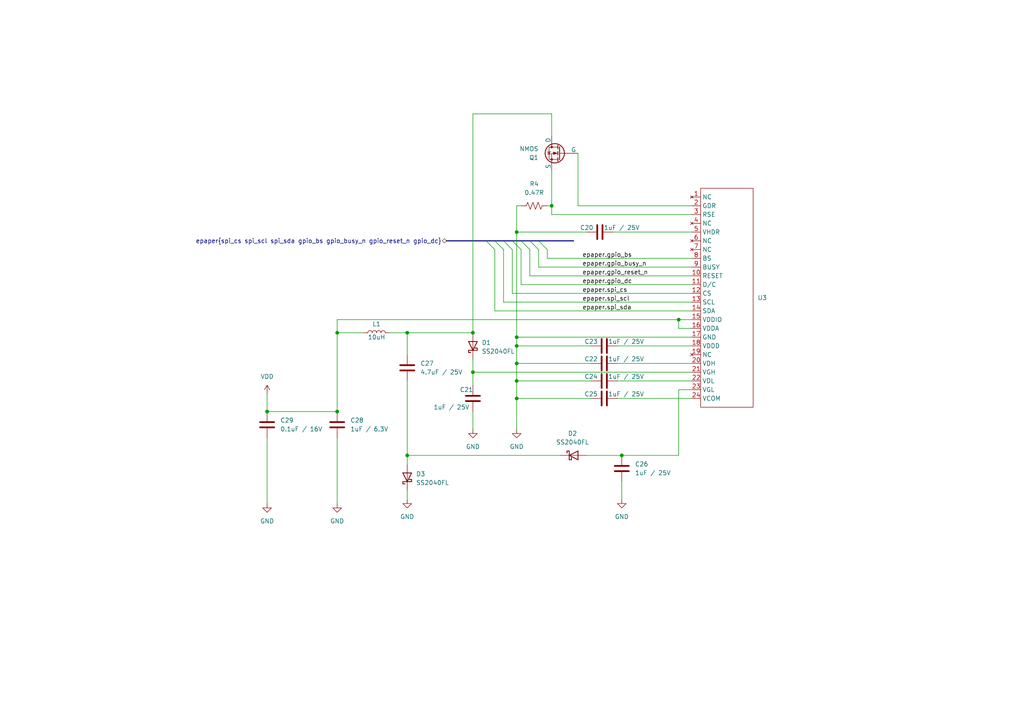
<source format=kicad_sch>
(kicad_sch (version 20230121) (generator eeschema)
  (paper "A4")
  (lib_symbols
    (symbol "Device:C" (pin_numbers hide) (pin_names (offset 0.254))
      (property "Reference" "C" (at 0.635 2.54 0))
      (property "Value" "C" (at 0.635 -2.54 0))
      (symbol "C_0_1"
        (polyline (pts (xy -2.032 -0.762) (xy 2.032 -0.762)) (stroke (width 0.508)))
        (polyline (pts (xy -2.032 0.762) (xy 2.032 0.762)) (stroke (width 0.508)))
      )
      (symbol "C_1_1"
        (pin passive line (at 0 3.81 270) (length 2.794) (name "~") (number "1"))
        (pin passive line (at 0 -3.81 90) (length 2.794) (name "~") (number "2"))
      )
    )
    (symbol "Device:R_US" (pin_numbers hide) (pin_names (offset 0))
      (property "Reference" "R" (at 2.54 0 90))
      (property "Value" "R_US" (at -2.54 0 90))
      (symbol "R_US_0_1"
        (polyline (pts (xy 0 -2.286) (xy 0 -2.54)))
        (polyline (pts (xy 0 2.286) (xy 0 2.54)))
        (polyline (pts (xy 0 -0.762) (xy 1.016 -1.143) (xy 0 -1.524) (xy -1.016 -1.905) (xy 0 -2.286)))
        (polyline (pts (xy 0 0.762) (xy 1.016 0.381) (xy 0 0) (xy -1.016 -0.381) (xy 0 -0.762)))
        (polyline (pts (xy 0 2.286) (xy 1.016 1.905) (xy 0 1.524) (xy -1.016 1.143) (xy 0 0.762)))
      )
      (symbol "R_US_1_1"
        (pin passive line (at 0 3.81 270) (length 1.27) (name "~") (number "1"))
        (pin passive line (at 0 -3.81 90) (length 1.27) (name "~") (number "2"))
      )
    )
    (symbol "NoahDisplays:E2154QS0F1"
      (property "Reference" "U" (at 0 0 0))
      (symbol "E2154QS0F1_0_0"
        (pin no_connect line (at 0 0 0) (length 2.54) (name "NC") (number "1"))
        (pin input line (at 0 -22.86 0) (length 2.54) (name "RESET") (number "10"))
        (pin input line (at 0 -25.4 0) (length 2.54) (name "D/C") (number "11"))
        (pin input line (at 0 -27.94 0) (length 2.54) (name "CS") (number "12"))
        (pin input line (at 0 -30.48 0) (length 2.54) (name "SCL") (number "13"))
        (pin input line (at 0 -33.02 0) (length 2.54) (name "SDA") (number "14"))
        (pin power_in line (at 0 -35.56 0) (length 2.54) (name "VDDIO") (number "15"))
        (pin power_in line (at 0 -38.1 0) (length 2.54) (name "VDDA") (number "16"))
        (pin power_in line (at 0 -40.64 0) (length 2.54) (name "GND") (number "17"))
        (pin power_in line (at 0 -43.18 0) (length 2.54) (name "VDDD") (number "18"))
        (pin no_connect line (at 0 -45.72 0) (length 2.54) (name "NC") (number "19"))
        (pin input line (at 0 -2.54 0) (length 2.54) (name "GDR") (number "2"))
        (pin power_in line (at 0 -48.26 0) (length 2.54) (name "VDH") (number "20"))
        (pin power_in line (at 0 -50.8 0) (length 2.54) (name "VGH") (number "21"))
        (pin power_in line (at 0 -53.34 0) (length 2.54) (name "VDL") (number "22"))
        (pin power_in line (at 0 -55.88 0) (length 2.54) (name "VGL") (number "23"))
        (pin power_in line (at 0 -58.42 0) (length 2.54) (name "VCOM") (number "24"))
        (pin input line (at 0 -5.08 0) (length 2.54) (name "RSE") (number "3"))
        (pin no_connect line (at 0 -7.62 0) (length 2.54) (name "NC") (number "4"))
        (pin power_in line (at 0 -10.16 0) (length 2.54) (name "VHDR") (number "5"))
        (pin no_connect line (at 0 -12.7 0) (length 2.54) (name "NC") (number "6"))
        (pin no_connect line (at 0 -15.24 0) (length 2.54) (name "NC") (number "7"))
        (pin power_in line (at 0 -17.78 0) (length 2.54) (name "BS") (number "8"))
        (pin output line (at 0 -20.32 0) (length 2.54) (name "BUSY") (number "9"))
      )
      (symbol "E2154QS0F1_0_1"
        (rectangle (start 2.54 2.54) (end 17.78 -60.96))
      )
    )
    (symbol "NoahLibrary:MCH3478" (pin_numbers hide) (pin_names (offset 0))
      (property "Reference" "Q1" (at 6.35 -1.27 0))
      (property "Value" "NMOS" (at 6.35 1.27 0))
      (symbol "MCH3478_0_1"
        (polyline (pts (xy 0.254 0) (xy -2.54 0)))
        (polyline (pts (xy 0.254 1.905) (xy 0.254 -1.905)) (stroke (width 0.254)))
        (polyline (pts (xy 0.762 -1.27) (xy 0.762 -2.286)) (stroke (width 0.254)))
        (polyline (pts (xy 0.762 0.508) (xy 0.762 -0.508)) (stroke (width 0.254)))
        (polyline (pts (xy 0.762 2.286) (xy 0.762 1.27)) (stroke (width 0.254)))
        (polyline (pts (xy 2.54 2.54) (xy 2.54 1.778)))
        (polyline (pts (xy 2.54 -2.54) (xy 2.54 0) (xy 0.762 0)))
        (polyline (pts (xy 0.762 -1.778) (xy 3.302 -1.778) (xy 3.302 1.778) (xy 0.762 1.778)))
        (polyline (pts (xy 1.016 0) (xy 2.032 0.381) (xy 2.032 -0.381) (xy 1.016 0)) (fill (type outline)))
        (polyline (pts (xy 2.794 0.508) (xy 2.921 0.381) (xy 3.683 0.381) (xy 3.81 0.254)))
        (polyline (pts (xy 3.302 0.381) (xy 2.921 -0.254) (xy 3.683 -0.254) (xy 3.302 0.381)))
        (circle (center 1.651 0) (radius 2.794) (stroke (width 0.254)))
        (circle (center 2.54 -1.778) (radius 0.254) (fill (type outline)))
        (circle (center 2.54 1.778) (radius 0.254) (fill (type outline)))
      )
      (symbol "MCH3478_1_1"
        (pin input line (at -5.08 0 0) (length 2.54) (name "G") (number "1"))
        (pin passive line (at 2.54 -5.08 90) (length 2.54) (name "S") (number "2"))
        (pin passive line (at 2.54 5.08 270) (length 2.54) (name "D") (number "3"))
      )
    )
    (symbol "NoahLibrary:SDR0302-100ML" (pin_numbers hide) (pin_names (offset 1.016) hide)
      (property "Reference" "L" (at -1.27 0 90))
      (property "Value" "L" (at 1.905 0 90))
      (symbol "SDR0302-100ML_0_1"
        (arc (start 0 -2.54) (mid 0.6323 -1.905) (end 0 -1.27))
        (arc (start 0 -1.27) (mid 0.6323 -0.635) (end 0 0))
        (arc (start 0 0) (mid 0.6323 0.635) (end 0 1.27))
        (arc (start 0 1.27) (mid 0.6323 1.905) (end 0 2.54))
      )
      (symbol "SDR0302-100ML_1_1"
        (pin passive line (at 0 3.81 270) (length 1.27) (name "1") (number "1"))
        (pin passive line (at 0 -3.81 90) (length 1.27) (name "2") (number "2"))
      )
    )
    (symbol "NoahLibrary:SS2040FL" (pin_numbers hide) (pin_names (offset 1.016) hide)
      (property "Reference" "D2" (at 0.9525 -2.54 90))
      (property "Value" "SS2040FL" (at -1.5875 -2.54 90))
      (symbol "SS2040FL_0_1"
        (polyline (pts (xy 1.27 0) (xy -1.27 0)))
        (polyline (pts (xy 1.27 1.27) (xy 1.27 -1.27) (xy -1.27 0) (xy 1.27 1.27)) (stroke (width 0.254)))
        (polyline (pts (xy -1.905 0.635) (xy -1.905 1.27) (xy -1.27 1.27) (xy -1.27 -1.27) (xy -0.635 -1.27) (xy -0.635 -0.635)) (stroke (width 0.254)))
      )
      (symbol "SS2040FL_1_1"
        (pin passive line (at -3.81 0 0) (length 2.54) (name "K") (number "1"))
        (pin passive line (at 3.81 0 180) (length 2.54) (name "A") (number "2"))
      )
    )
    (symbol "power:GND" (power) (pin_names (offset 0))
      (property "Value" "GND" (at 0 -3.81 0))
      (symbol "GND_0_1"
        (polyline (pts (xy 0 0) (xy 0 -1.27) (xy 1.27 -1.27) (xy 0 -2.54) (xy -1.27 -1.27) (xy 0 -1.27)))
      )
      (symbol "GND_1_1"
        (pin power_in line (at 0 0 270) (length 0) hide (name "GND") (number "1"))
      )
    )
    (symbol "power:VDD" (power) (pin_names (offset 0))
      (property "Value" "VDD" (at 0 3.81 0))
      (symbol "VDD_0_1"
        (polyline (pts (xy -0.762 1.27) (xy 0 2.54)))
        (polyline (pts (xy 0 0) (xy 0 2.54)))
        (polyline (pts (xy 0 2.54) (xy 0.762 1.27)))
      )
      (symbol "VDD_1_1"
        (pin power_in line (at 0 0 90) (length 0) hide (name "VDD") (number "1"))
      )
    )
  )
  (junction (at 118.11 132.08))
  (junction (at 160.02 59.69))
  (junction (at 97.79 96.52))
  (junction (at 137.16 107.95))
  (junction (at 149.86 105.41))
  (junction (at 149.86 97.79))
  (junction (at 149.86 100.33))
  (junction (at 180.34 132.08))
  (junction (at 196.85 92.71))
  (junction (at 137.16 96.52))
  (junction (at 149.86 110.49))
  (junction (at 149.86 115.57))
  (junction (at 77.47 119.38))
  (junction (at 149.86 67.31))
  (junction (at 118.11 96.52))
  (junction (at 97.79 119.38))
  (bus_entry (at 156.21 69.85) (size 2.54 2.54))
  (bus_entry (at 148.59 69.85) (size 2.54 2.54))
  (bus_entry (at 143.51 69.85) (size 2.54 2.54))
  (bus_entry (at 146.05 69.85) (size 2.54 2.54))
  (bus_entry (at 151.13 69.85) (size 2.54 2.54))
  (bus_entry (at 140.97 69.85) (size 2.54 2.54))
  (bus_entry (at 153.67 69.85) (size 2.54 2.54))
  (wire (pts (xy 153.67 72.39) (xy 153.67 80.01)))
  (wire (pts (xy 177.8 67.31) (xy 200.66 67.31)))
  (bus (pts (xy 129.54 69.85) (xy 140.97 69.85)))
  (wire (pts (xy 170.18 132.08) (xy 180.34 132.08)))
  (wire (pts (xy 118.11 102.87) (xy 118.11 96.52)))
  (wire (pts (xy 148.59 72.39) (xy 148.59 85.09)))
  (wire (pts (xy 113.03 96.52) (xy 118.11 96.52)))
  (wire (pts (xy 97.79 96.52) (xy 97.79 92.71)))
  (wire (pts (xy 179.07 100.33) (xy 200.66 100.33)))
  (wire (pts (xy 156.21 72.39) (xy 156.21 77.47)))
  (wire (pts (xy 149.86 105.41) (xy 149.86 110.49)))
  (wire (pts (xy 196.85 92.71) (xy 200.66 92.71)))
  (wire (pts (xy 118.11 142.24) (xy 118.11 144.78)))
  (wire (pts (xy 149.86 110.49) (xy 171.45 110.49)))
  (wire (pts (xy 118.11 134.62) (xy 118.11 132.08)))
  (wire (pts (xy 149.86 115.57) (xy 171.45 115.57)))
  (wire (pts (xy 137.16 119.38) (xy 137.16 124.46)))
  (wire (pts (xy 179.07 105.41) (xy 200.66 105.41)))
  (wire (pts (xy 149.86 100.33) (xy 171.45 100.33)))
  (wire (pts (xy 143.51 72.39) (xy 143.51 90.17)))
  (wire (pts (xy 151.13 82.55) (xy 200.66 82.55)))
  (wire (pts (xy 149.86 67.31) (xy 149.86 97.79)))
  (wire (pts (xy 97.79 96.52) (xy 97.79 119.38)))
  (wire (pts (xy 105.41 96.52) (xy 97.79 96.52)))
  (wire (pts (xy 149.86 97.79) (xy 149.86 100.33)))
  (wire (pts (xy 196.85 113.03) (xy 196.85 132.08)))
  (bus (pts (xy 151.13 69.85) (xy 153.67 69.85)))
  (bus (pts (xy 153.67 69.85) (xy 156.21 69.85)))
  (bus (pts (xy 156.21 69.85) (xy 166.37 69.85)))
  (wire (pts (xy 143.51 90.17) (xy 200.66 90.17)))
  (wire (pts (xy 149.86 59.69) (xy 151.13 59.69)))
  (wire (pts (xy 180.34 139.7) (xy 180.34 144.78)))
  (wire (pts (xy 77.47 119.38) (xy 97.79 119.38)))
  (wire (pts (xy 179.07 110.49) (xy 200.66 110.49)))
  (wire (pts (xy 196.85 95.25) (xy 200.66 95.25)))
  (wire (pts (xy 97.79 127) (xy 97.79 146.05)))
  (bus (pts (xy 146.05 69.85) (xy 148.59 69.85)))
  (wire (pts (xy 137.16 33.02) (xy 137.16 96.52)))
  (wire (pts (xy 137.16 107.95) (xy 200.66 107.95)))
  (wire (pts (xy 97.79 92.71) (xy 196.85 92.71)))
  (wire (pts (xy 118.11 96.52) (xy 137.16 96.52)))
  (wire (pts (xy 118.11 132.08) (xy 162.56 132.08)))
  (wire (pts (xy 200.66 113.03) (xy 196.85 113.03)))
  (wire (pts (xy 149.86 105.41) (xy 171.45 105.41)))
  (wire (pts (xy 153.67 80.01) (xy 200.66 80.01)))
  (wire (pts (xy 137.16 107.95) (xy 137.16 111.76)))
  (wire (pts (xy 146.05 87.63) (xy 200.66 87.63)))
  (bus (pts (xy 143.51 69.85) (xy 146.05 69.85)))
  (wire (pts (xy 158.75 59.69) (xy 160.02 59.69)))
  (wire (pts (xy 77.47 127) (xy 77.47 146.05)))
  (wire (pts (xy 137.16 33.02) (xy 160.02 33.02)))
  (wire (pts (xy 160.02 33.02) (xy 160.02 39.37)))
  (wire (pts (xy 149.86 110.49) (xy 149.86 115.57)))
  (wire (pts (xy 160.02 49.53) (xy 160.02 59.69)))
  (wire (pts (xy 158.75 72.39) (xy 158.75 74.93)))
  (wire (pts (xy 149.86 100.33) (xy 149.86 105.41)))
  (wire (pts (xy 149.86 67.31) (xy 170.18 67.31)))
  (wire (pts (xy 196.85 92.71) (xy 196.85 95.25)))
  (wire (pts (xy 196.85 132.08) (xy 180.34 132.08)))
  (wire (pts (xy 77.47 114.3) (xy 77.47 119.38)))
  (wire (pts (xy 200.66 62.23) (xy 160.02 62.23)))
  (bus (pts (xy 148.59 69.85) (xy 151.13 69.85)))
  (wire (pts (xy 179.07 115.57) (xy 200.66 115.57)))
  (wire (pts (xy 148.59 85.09) (xy 200.66 85.09)))
  (wire (pts (xy 149.86 59.69) (xy 149.86 67.31)))
  (wire (pts (xy 146.05 72.39) (xy 146.05 87.63)))
  (wire (pts (xy 156.21 77.47) (xy 200.66 77.47)))
  (wire (pts (xy 149.86 97.79) (xy 200.66 97.79)))
  (wire (pts (xy 160.02 62.23) (xy 160.02 59.69)))
  (wire (pts (xy 158.75 74.93) (xy 200.66 74.93)))
  (wire (pts (xy 149.86 115.57) (xy 149.86 124.46)))
  (wire (pts (xy 151.13 72.39) (xy 151.13 82.55)))
  (bus (pts (xy 140.97 69.85) (xy 143.51 69.85)))
  (wire (pts (xy 200.66 59.69) (xy 167.64 59.69)))
  (wire (pts (xy 118.11 110.49) (xy 118.11 132.08)))
  (wire (pts (xy 167.64 59.69) (xy 167.64 44.45)))
  (wire (pts (xy 137.16 104.14) (xy 137.16 107.95)))
  (label "epaper.gpio_dc" (at 168.91 82.55 0))
  (label "epaper.spi_cs" (at 168.91 85.09 0))
  (label "epaper.gpio_busy_n" (at 168.91 77.47 0))
  (label "epaper.gpio_reset_n" (at 168.91 80.01 0))
  (label "epaper.gpio_bs" (at 168.91 74.93 0))
  (label "epaper.spi_sda" (at 168.91 90.17 0))
  (label "epaper.spi_scl" (at 168.91 87.63 0))
  (hierarchical_label "epaper{spi_cs spi_scl spi_sda gpio_bs gpio_busy_n gpio_reset_n gpio_dc}" (shape bidirectional) (at 129.54 69.85 180))
  (symbol (lib_id "Device:C") (at 173.99 67.31 90) (unit 1)
    (property "Reference" "C20" (at 170.18 66.04 90))
    (property "Value" "1uF / 25V" (at 180.34 66.04 90))
    (property "Footprint" "Capacitor_SMD:C_0603_1608Metric" (effects hide))
    (property "Link To Purchase" "https://www.mouser.com/ProductDetail/TDK/C1608X7R1E105K080AE?qs=nQSIdc08i%252BfyEFRFVNTRxQ%3D%3D" (effects hide))
    (property "Part Number" "C1608X7R1E105K080AE" (effects hide))
  )
  (symbol (lib_id "Device:C") (at 137.16 115.57 180) (unit 1)
    (property "Reference" "C21" (at 133.35 113.03 0) (effects (justify right)))
    (property "Value" "1uF / 25V" (at 125.73 118.11 0) (effects (justify right)))
    (property "Footprint" "Capacitor_SMD:C_0603_1608Metric" (effects hide))
    (property "Link To Purchase" "https://www.mouser.com/ProductDetail/TDK/C1608X7R1E105K080AE?qs=nQSIdc08i%252BfyEFRFVNTRxQ%3D%3D" (effects hide))
    (property "Part Number" "C1608X7R1E105K080AE" (effects hide))
  )
  (symbol (lib_id "NoahLibrary:MCH3478") (at 162.56 44.45 0) (mirror y) (unit 1)
    (property "Reference" "Q1" (at 156.21 45.72 0) (effects (justify left)))
    (property "Value" "NMOS" (at 156.21 43.18 0) (effects (justify left)))
    (property "Footprint" "Package_TO_SOT_SMD:SOT-323_SC-70" (effects hide))
    (property "Datasheet" "https://www.rohm.com/datasheet?p=RTF016N05&dist=Mouser&media=referral&source=mouser.com&campaign=Mouser" (effects hide))
    (property "Sim.Device" "NMOS" (effects hide))
    (property "Sim.Type" "VDMOS" (effects hide))
    (property "Sim.Pins" "1=D 2=G 3=S" (effects hide))
    (property "Part Number" "RTF016N05TL" (effects hide))
    (property "Link To Purchase" "https://www.mouser.com/ProductDetail/755-RTF016N05TL" (effects hide))
  )
  (symbol (lib_id "power:GND") (at 137.16 124.46 0) (unit 1)
    (property "Reference" "#PWR017" (effects hide))
    (property "Value" "GND" (at 137.16 129.54 0))
  )
  (symbol (lib_id "Device:C") (at 175.26 100.33 90) (unit 1)
    (property "Reference" "C23" (at 171.45 99.06 90))
    (property "Value" "1uF / 25V" (at 181.61 99.06 90))
    (property "Footprint" "Capacitor_SMD:C_0603_1608Metric" (effects hide))
    (property "Link To Purchase" "https://www.mouser.com/ProductDetail/TDK/C1608X7R1E105K080AE?qs=nQSIdc08i%252BfyEFRFVNTRxQ%3D%3D" (effects hide))
    (property "Part Number" "C1608X7R1E105K080AE" (effects hide))
  )
  (symbol (lib_id "Device:C") (at 180.34 135.89 180) (unit 1)
    (property "Reference" "C26" (at 184.15 134.62 0) (effects (justify right)))
    (property "Value" "1uF / 25V" (at 184.15 137.16 0) (effects (justify right)))
    (property "Footprint" "Capacitor_SMD:C_0603_1608Metric" (effects hide))
    (property "Link To Purchase" "https://www.mouser.com/ProductDetail/TDK/C1608X7R1E105K080AE?qs=nQSIdc08i%252BfyEFRFVNTRxQ%3D%3D" (effects hide))
    (property "Part Number" "C1608X7R1E105K080AE" (effects hide))
  )
  (symbol (lib_id "NoahLibrary:SS2040FL") (at 137.16 100.33 90) (unit 1)
    (property "Reference" "D1" (at 139.7 99.3775 90) (effects (justify right)))
    (property "Value" "SS2040FL" (at 139.7 101.9175 90) (effects (justify right)))
    (property "Footprint" "Diode_SMD:D_SOD-123" (effects hide))
    (property "Link To Purchase" "https://www.mouser.com/ProductDetail/Panjit/SS2040FL_R1_00001?qs=sPbYRqrBIVmCtoceM2y4%252BA%3D%3D" (effects hide))
    (property "Part Number" "SS2040FL_R1_00001" (effects hide))
  )
  (symbol (lib_id "Device:C") (at 97.79 123.19 0) (unit 1)
    (property "Reference" "C28" (at 101.6 121.92 0) (effects (justify left)))
    (property "Value" "1uF / 6.3V" (at 101.6 124.46 0) (effects (justify left)))
    (property "Footprint" "Capacitor_SMD:C_0201_0603Metric" (effects hide))
    (property "Link To Purchase" "https://www.mouser.com/ProductDetail/KYOCERA-AVX/KGM03BR50J105KH?qs=Jm2GQyTW%2Fbh0UgOJL%252BYuKA%3D%3D" (effects hide))
    (property "Part Number" "KGM03BR50J105KH" (effects hide))
  )
  (symbol (lib_id "Device:R_US") (at 154.94 59.69 90) (unit 1)
    (property "Reference" "R4" (at 154.94 53.34 90))
    (property "Value" "0.47R" (at 154.94 55.88 90))
    (property "Footprint" "Resistor_SMD:R_0805_2012Metric" (effects hide))
    (property "Link To Purchase" "https://www.mouser.com/ProductDetail/Panasonic/ERJ-U6QJR47V?qs=5aG0NVq1C4wLyK2PwyO%252BIA%3D%3D" (effects hide))
    (property "Part Number" "ERJ-U6QJR47V" (effects hide))
  )
  (symbol (lib_id "NoahLibrary:SS2040FL") (at 166.37 132.08 0) (unit 1)
    (property "Reference" "D2" (at 166.0525 125.73 0))
    (property "Value" "SS2040FL" (at 166.0525 128.27 0))
    (property "Footprint" "Diode_SMD:D_SOD-123" (effects hide))
    (property "Link To Purchase" "https://www.mouser.com/ProductDetail/Panjit/SS2040FL_R1_00001?qs=sPbYRqrBIVmCtoceM2y4%252BA%3D%3D" (effects hide))
    (property "Part Number" "SS2040FL_R1_00001" (effects hide))
  )
  (symbol (lib_id "NoahLibrary:SS2040FL") (at 118.11 138.43 90) (unit 1)
    (property "Reference" "D3" (at 120.65 137.4775 90) (effects (justify right)))
    (property "Value" "SS2040FL" (at 120.65 140.0175 90) (effects (justify right)))
    (property "Footprint" "Diode_SMD:D_SOD-123" (effects hide))
    (property "Link To Purchase" "https://www.mouser.com/ProductDetail/Panjit/SS2040FL_R1_00001?qs=sPbYRqrBIVmCtoceM2y4%252BA%3D%3D" (effects hide))
    (property "Part Number" "SS2040FL_R1_00001" (effects hide))
  )
  (symbol (lib_id "power:GND") (at 77.47 146.05 0) (unit 1)
    (property "Reference" "#PWR021" (effects hide))
    (property "Value" "GND" (at 77.47 151.13 0))
  )
  (symbol (lib_id "NoahLibrary:SDR0302-100ML") (at 109.22 96.52 90) (unit 1)
    (property "Reference" "L1" (at 109.22 93.98 90))
    (property "Value" "10uH" (at 109.22 97.79 90))
    (property "Footprint" "NoahFootprintLib:SDR0302" (effects hide))
    (property "Datasheet" "https://www.bourns.com/docs/Product-Datasheets/SDR0302.pdf" (effects hide))
    (property "Link To Purchase" "https://www.mouser.com/ProductDetail/Bourns/SDR0302-100ML?qs=%2FPiZ59IM4y3hIwSiSJTdWg%3D%3D" (effects hide))
    (property "Part Number" "SDR0302-100ML" (effects hide))
  )
  (symbol (lib_id "power:VDD") (at 77.47 114.3 0) (unit 1)
    (property "Reference" "#PWR022" (effects hide))
    (property "Value" "VDD" (at 77.47 109.22 0))
  )
  (symbol (lib_id "power:GND") (at 180.34 144.78 0) (unit 1)
    (property "Reference" "#PWR018" (effects hide))
    (property "Value" "GND" (at 180.34 149.86 0))
  )
  (symbol (lib_id "Device:C") (at 175.26 105.41 90) (unit 1)
    (property "Reference" "C22" (at 171.45 104.14 90))
    (property "Value" "1uF / 25V" (at 181.61 104.14 90))
    (property "Footprint" "Capacitor_SMD:C_0603_1608Metric" (effects hide))
    (property "Link To Purchase" "https://www.mouser.com/ProductDetail/TDK/C1608X7R1E105K080AE?qs=nQSIdc08i%252BfyEFRFVNTRxQ%3D%3D" (effects hide))
    (property "Part Number" "C1608X7R1E105K080AE" (effects hide))
  )
  (symbol (lib_id "power:GND") (at 149.86 124.46 0) (unit 1)
    (property "Reference" "#PWR016" (effects hide))
    (property "Value" "GND" (at 149.86 129.54 0))
  )
  (symbol (lib_id "Device:C") (at 77.47 123.19 0) (unit 1)
    (property "Reference" "C29" (at 81.28 121.92 0) (effects (justify left)))
    (property "Value" "0.1uF / 16V" (at 81.28 124.46 0) (effects (justify left)))
    (property "Footprint" "Capacitor_SMD:C_0201_0603Metric" (effects hide))
    (property "Link To Purchase" "https://www.mouser.com/ProductDetail/TAIYO-YUDEN/MSASE063SB5104KFNA01?qs=tlsG%2FOw5FFjCNflFa%252BdvhA%3D%3D" (effects hide))
    (property "Part Number" "MSASE063SB5104KFNA01" (effects hide))
  )
  (symbol (lib_id "NoahDisplays:E2154QS0F1") (at 200.66 57.15 0) (unit 1)
    (property "Reference" "U3" (at 219.71 86.36 0) (effects (justify left)))
    (property "Value" "~" (at 200.66 57.15 0))
    (property "Footprint" "NoahFootprintLib:F34G-1A7Q1-E8C24" (effects hide))
    (property "Datasheet" "https://www.mouser.com/datasheet/2/1089/Pervasive_display_7_7_2023_1P364_00_01_E2154QS0F1_-3225712.pdf; https://cdn.amphenol-cs.com/media/wysiwyg/files/drawing/f34g.pdf" (effects hide))
    (property "Link To Purchase" "https://www.mouser.com/ProductDetail/Pervasive-Displays/E2154QS0F1?qs=1Kr7Jg1SGW%2FIuaQ7Mtxwxg%3D%3D, https://www.mouser.com/ProductDetail/Amphenol-Aorora/F34G-1A7Q1-E8C24?qs=11PymoJGorK92cO6qHcfCw%3D%3D" (effects hide))
    (property "Part Number" "E2154QS0F1, F34G-1A7Q1-E8C24" (effects hide))
  )
  (symbol (lib_id "Device:C") (at 175.26 110.49 90) (unit 1)
    (property "Reference" "C24" (at 171.45 109.22 90))
    (property "Value" "1uF / 25V" (at 181.61 109.22 90))
    (property "Footprint" "Capacitor_SMD:C_0603_1608Metric" (effects hide))
    (property "Link To Purchase" "https://www.mouser.com/ProductDetail/TDK/C1608X7R1E105K080AE?qs=nQSIdc08i%252BfyEFRFVNTRxQ%3D%3D" (effects hide))
    (property "Part Number" "C1608X7R1E105K080AE" (effects hide))
  )
  (symbol (lib_id "power:GND") (at 118.11 144.78 0) (unit 1)
    (property "Reference" "#PWR019" (effects hide))
    (property "Value" "GND" (at 118.11 149.86 0))
  )
  (symbol (lib_id "Device:C") (at 175.26 115.57 90) (unit 1)
    (property "Reference" "C25" (at 171.45 114.3 90))
    (property "Value" "1uF / 25V" (at 181.61 114.3 90))
    (property "Footprint" "Capacitor_SMD:C_0603_1608Metric" (effects hide))
    (property "Link To Purchase" "https://www.mouser.com/ProductDetail/TDK/C1608X7R1E105K080AE?qs=nQSIdc08i%252BfyEFRFVNTRxQ%3D%3D" (effects hide))
    (property "Part Number" "C1608X7R1E105K080AE" (effects hide))
  )
  (symbol (lib_id "Device:C") (at 118.11 106.68 0) (unit 1)
    (property "Reference" "C27" (at 121.92 105.41 0) (effects (justify left)))
    (property "Value" "4.7uF / 25V" (at 121.92 107.95 0) (effects (justify left)))
    (property "Footprint" "Capacitor_SMD:C_0603_1608Metric" (effects hide))
    (property "Link To Purchase" "https://www.mouser.com/ProductDetail/TDK/C1608X5R1E475K080AC?qs=dfay7wIA1uHUGZGvnFtOyQ%3D%3D" (effects hide))
    (property "Part Number" "C1608X5R1E475K080AC" (effects hide))
  )
  (symbol (lib_id "power:GND") (at 97.79 146.05 0) (unit 1)
    (property "Reference" "#PWR020" (effects hide))
    (property "Value" "GND" (at 97.79 151.13 0))
  )
)
</source>
